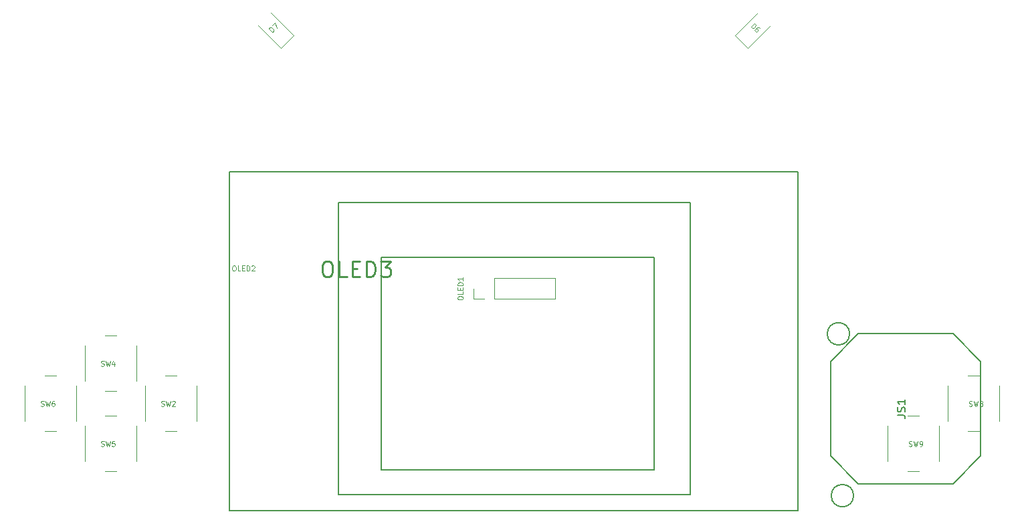
<source format=gbr>
G04 #@! TF.GenerationSoftware,KiCad,Pcbnew,5.1.2-f72e74a~84~ubuntu18.04.1*
G04 #@! TF.CreationDate,2019-06-25T00:33:59+02:00*
G04 #@! TF.ProjectId,invaders,696e7661-6465-4727-932e-6b696361645f,rev?*
G04 #@! TF.SameCoordinates,Original*
G04 #@! TF.FileFunction,Legend,Top*
G04 #@! TF.FilePolarity,Positive*
%FSLAX46Y46*%
G04 Gerber Fmt 4.6, Leading zero omitted, Abs format (unit mm)*
G04 Created by KiCad (PCBNEW 5.1.2-f72e74a~84~ubuntu18.04.1) date 2019-06-25 00:33:59*
%MOMM*%
%LPD*%
G04 APERTURE LIST*
%ADD10C,0.120000*%
%ADD11C,0.150000*%
%ADD12C,0.101600*%
%ADD13C,0.250000*%
G04 APERTURE END LIST*
D10*
X87676020Y-118170000D02*
X87676020Y-115510000D01*
X79996020Y-118170000D02*
X87676020Y-118170000D01*
X79996020Y-115510000D02*
X87676020Y-115510000D01*
X79996020Y-118170000D02*
X79996020Y-115510000D01*
X78726020Y-118170000D02*
X77396020Y-118170000D01*
X77396020Y-118170000D02*
X77396020Y-116840000D01*
D11*
X66740000Y-112854100D02*
X100240000Y-112854100D01*
X100240000Y-112854100D02*
X100240000Y-139854100D01*
X100240000Y-139854100D02*
X66240000Y-139854100D01*
X66240000Y-139854100D02*
X65740000Y-139854100D01*
X65740000Y-139854100D02*
X65740000Y-112854100D01*
X65740000Y-112854100D02*
X66740000Y-112854100D01*
X104800000Y-105960000D02*
X60300000Y-105960000D01*
X104800000Y-142960000D02*
X104800000Y-105960000D01*
X60300000Y-142960000D02*
X104800000Y-142960000D01*
X60300000Y-105960000D02*
X60300000Y-142960000D01*
X46482000Y-102018000D02*
X46482000Y-145018000D01*
X46482000Y-145018000D02*
X118482000Y-145018000D01*
X118482000Y-145018000D02*
X118482000Y-102018000D01*
X118482000Y-102018000D02*
X46482000Y-102018000D01*
X124994214Y-122580000D02*
G75*
G03X124994214Y-122580000I-1414214J0D01*
G01*
X125494214Y-143080000D02*
G75*
G03X125494214Y-143080000I-1414214J0D01*
G01*
X122580000Y-126080000D02*
X126080000Y-122580000D01*
X122580000Y-138080000D02*
X126080000Y-141580000D01*
X141580000Y-138080000D02*
X138080000Y-141580000D01*
X138080000Y-122580000D02*
X141580000Y-126080000D01*
X138080000Y-122580000D02*
X126080000Y-122580000D01*
X122580000Y-126080000D02*
X122580000Y-138080000D01*
X138080000Y-141580000D02*
X126080000Y-141580000D01*
X141580000Y-126080000D02*
X141580000Y-138080000D01*
D10*
X112093084Y-86362049D02*
X114963937Y-83491195D01*
X110487951Y-84756916D02*
X112093084Y-86362049D01*
X113358805Y-81886063D02*
X110487951Y-84756916D01*
X54612049Y-84756916D02*
X51741195Y-81886063D01*
X53006916Y-86362049D02*
X54612049Y-84756916D01*
X50136063Y-83491195D02*
X53006916Y-86362049D01*
X32210000Y-122790000D02*
X30710000Y-122790000D01*
X28210000Y-124040000D02*
X28210000Y-128540000D01*
X30710000Y-129790000D02*
X32210000Y-129790000D01*
X34710000Y-128540000D02*
X34710000Y-124040000D01*
X32210000Y-132950000D02*
X30710000Y-132950000D01*
X28210000Y-134200000D02*
X28210000Y-138700000D01*
X30710000Y-139950000D02*
X32210000Y-139950000D01*
X34710000Y-138700000D02*
X34710000Y-134200000D01*
X141430000Y-127870000D02*
X139930000Y-127870000D01*
X137430000Y-129120000D02*
X137430000Y-133620000D01*
X139930000Y-134870000D02*
X141430000Y-134870000D01*
X143930000Y-133620000D02*
X143930000Y-129120000D01*
X39830000Y-127870000D02*
X38330000Y-127870000D01*
X35830000Y-129120000D02*
X35830000Y-133620000D01*
X38330000Y-134870000D02*
X39830000Y-134870000D01*
X42330000Y-133620000D02*
X42330000Y-129120000D01*
X24590000Y-127870000D02*
X23090000Y-127870000D01*
X20590000Y-129120000D02*
X20590000Y-133620000D01*
X23090000Y-134870000D02*
X24590000Y-134870000D01*
X27090000Y-133620000D02*
X27090000Y-129120000D01*
X133810000Y-132950000D02*
X132310000Y-132950000D01*
X129810000Y-134200000D02*
X129810000Y-138700000D01*
X132310000Y-139950000D02*
X133810000Y-139950000D01*
X136310000Y-138700000D02*
X136310000Y-134200000D01*
D12*
X75385307Y-118103235D02*
X75385307Y-117979864D01*
X75416150Y-117918178D01*
X75477835Y-117856492D01*
X75601207Y-117825650D01*
X75817107Y-117825650D01*
X75940478Y-117856492D01*
X76002164Y-117918178D01*
X76033007Y-117979864D01*
X76033007Y-118103235D01*
X76002164Y-118164921D01*
X75940478Y-118226607D01*
X75817107Y-118257450D01*
X75601207Y-118257450D01*
X75477835Y-118226607D01*
X75416150Y-118164921D01*
X75385307Y-118103235D01*
X76033007Y-117239635D02*
X76033007Y-117548064D01*
X75385307Y-117548064D01*
X75693735Y-117023735D02*
X75693735Y-116807835D01*
X76033007Y-116715307D02*
X76033007Y-117023735D01*
X75385307Y-117023735D01*
X75385307Y-116715307D01*
X76033007Y-116437721D02*
X75385307Y-116437721D01*
X75385307Y-116283507D01*
X75416150Y-116190978D01*
X75477835Y-116129292D01*
X75539521Y-116098450D01*
X75662892Y-116067607D01*
X75755421Y-116067607D01*
X75878792Y-116098450D01*
X75940478Y-116129292D01*
X76002164Y-116190978D01*
X76033007Y-116283507D01*
X76033007Y-116437721D01*
X76033007Y-115450750D02*
X76033007Y-115820864D01*
X76033007Y-115635807D02*
X75385307Y-115635807D01*
X75477835Y-115697492D01*
X75539521Y-115759178D01*
X75570364Y-115820864D01*
D13*
X58692857Y-113364761D02*
X59073809Y-113364761D01*
X59264285Y-113460000D01*
X59454761Y-113650476D01*
X59550000Y-114031428D01*
X59550000Y-114698095D01*
X59454761Y-115079047D01*
X59264285Y-115269523D01*
X59073809Y-115364761D01*
X58692857Y-115364761D01*
X58502380Y-115269523D01*
X58311904Y-115079047D01*
X58216666Y-114698095D01*
X58216666Y-114031428D01*
X58311904Y-113650476D01*
X58502380Y-113460000D01*
X58692857Y-113364761D01*
X61359523Y-115364761D02*
X60407142Y-115364761D01*
X60407142Y-113364761D01*
X62026190Y-114317142D02*
X62692857Y-114317142D01*
X62978571Y-115364761D02*
X62026190Y-115364761D01*
X62026190Y-113364761D01*
X62978571Y-113364761D01*
X63835714Y-115364761D02*
X63835714Y-113364761D01*
X64311904Y-113364761D01*
X64597619Y-113460000D01*
X64788095Y-113650476D01*
X64883333Y-113840952D01*
X64978571Y-114221904D01*
X64978571Y-114507619D01*
X64883333Y-114888571D01*
X64788095Y-115079047D01*
X64597619Y-115269523D01*
X64311904Y-115364761D01*
X63835714Y-115364761D01*
X65645238Y-113364761D02*
X66883333Y-113364761D01*
X66216666Y-114126666D01*
X66502380Y-114126666D01*
X66692857Y-114221904D01*
X66788095Y-114317142D01*
X66883333Y-114507619D01*
X66883333Y-114983809D01*
X66788095Y-115174285D01*
X66692857Y-115269523D01*
X66502380Y-115364761D01*
X65930952Y-115364761D01*
X65740476Y-115269523D01*
X65645238Y-115174285D01*
D12*
X47010864Y-113945307D02*
X47134235Y-113945307D01*
X47195921Y-113976150D01*
X47257607Y-114037835D01*
X47288450Y-114161207D01*
X47288450Y-114377107D01*
X47257607Y-114500478D01*
X47195921Y-114562164D01*
X47134235Y-114593007D01*
X47010864Y-114593007D01*
X46949178Y-114562164D01*
X46887492Y-114500478D01*
X46856650Y-114377107D01*
X46856650Y-114161207D01*
X46887492Y-114037835D01*
X46949178Y-113976150D01*
X47010864Y-113945307D01*
X47874464Y-114593007D02*
X47566035Y-114593007D01*
X47566035Y-113945307D01*
X48090364Y-114253735D02*
X48306264Y-114253735D01*
X48398792Y-114593007D02*
X48090364Y-114593007D01*
X48090364Y-113945307D01*
X48398792Y-113945307D01*
X48676378Y-114593007D02*
X48676378Y-113945307D01*
X48830592Y-113945307D01*
X48923121Y-113976150D01*
X48984807Y-114037835D01*
X49015650Y-114099521D01*
X49046492Y-114222892D01*
X49046492Y-114315421D01*
X49015650Y-114438792D01*
X48984807Y-114500478D01*
X48923121Y-114562164D01*
X48830592Y-114593007D01*
X48676378Y-114593007D01*
X49293235Y-114006992D02*
X49324078Y-113976150D01*
X49385764Y-113945307D01*
X49539978Y-113945307D01*
X49601664Y-113976150D01*
X49632507Y-114006992D01*
X49663350Y-114068678D01*
X49663350Y-114130364D01*
X49632507Y-114222892D01*
X49262392Y-114593007D01*
X49663350Y-114593007D01*
D11*
X131032380Y-132889523D02*
X131746666Y-132889523D01*
X131889523Y-132937142D01*
X131984761Y-133032380D01*
X132032380Y-133175238D01*
X132032380Y-133270476D01*
X131984761Y-132460952D02*
X132032380Y-132318095D01*
X132032380Y-132080000D01*
X131984761Y-131984761D01*
X131937142Y-131937142D01*
X131841904Y-131889523D01*
X131746666Y-131889523D01*
X131651428Y-131937142D01*
X131603809Y-131984761D01*
X131556190Y-132080000D01*
X131508571Y-132270476D01*
X131460952Y-132365714D01*
X131413333Y-132413333D01*
X131318095Y-132460952D01*
X131222857Y-132460952D01*
X131127619Y-132413333D01*
X131080000Y-132365714D01*
X131032380Y-132270476D01*
X131032380Y-132032380D01*
X131080000Y-131889523D01*
X132032380Y-130937142D02*
X132032380Y-131508571D01*
X132032380Y-131222857D02*
X131032380Y-131222857D01*
X131175238Y-131318095D01*
X131270476Y-131413333D01*
X131318095Y-131508571D01*
D12*
X112484770Y-83689144D02*
X112942763Y-83231151D01*
X113051809Y-83340197D01*
X113095427Y-83427434D01*
X113095427Y-83514671D01*
X113073618Y-83580098D01*
X113008190Y-83689144D01*
X112942763Y-83754572D01*
X112833717Y-83820000D01*
X112768289Y-83841809D01*
X112681052Y-83841809D01*
X112593816Y-83798190D01*
X112484770Y-83689144D01*
X113597039Y-83885427D02*
X113509802Y-83798190D01*
X113444374Y-83776381D01*
X113400756Y-83776381D01*
X113291710Y-83798190D01*
X113182664Y-83863618D01*
X113008190Y-84038091D01*
X112986381Y-84103519D01*
X112986381Y-84147137D01*
X113008190Y-84212565D01*
X113095427Y-84299802D01*
X113160855Y-84321611D01*
X113204473Y-84321611D01*
X113269901Y-84299802D01*
X113378947Y-84190756D01*
X113400756Y-84125328D01*
X113400756Y-84081710D01*
X113378947Y-84016282D01*
X113291710Y-83929045D01*
X113226282Y-83907236D01*
X113182664Y-83907236D01*
X113117236Y-83929045D01*
X51939144Y-84365229D02*
X51481151Y-83907236D01*
X51590197Y-83798190D01*
X51677434Y-83754572D01*
X51764671Y-83754572D01*
X51830098Y-83776381D01*
X51939144Y-83841809D01*
X52004572Y-83907236D01*
X52069999Y-84016282D01*
X52091809Y-84081710D01*
X52091809Y-84168947D01*
X52048190Y-84256183D01*
X51939144Y-84365229D01*
X51895526Y-83492862D02*
X52200855Y-83187533D01*
X52462565Y-83841809D01*
X30251400Y-126627164D02*
X30343928Y-126658007D01*
X30498142Y-126658007D01*
X30559828Y-126627164D01*
X30590671Y-126596321D01*
X30621514Y-126534635D01*
X30621514Y-126472950D01*
X30590671Y-126411264D01*
X30559828Y-126380421D01*
X30498142Y-126349578D01*
X30374771Y-126318735D01*
X30313085Y-126287892D01*
X30282242Y-126257050D01*
X30251400Y-126195364D01*
X30251400Y-126133678D01*
X30282242Y-126071992D01*
X30313085Y-126041150D01*
X30374771Y-126010307D01*
X30528985Y-126010307D01*
X30621514Y-126041150D01*
X30837414Y-126010307D02*
X30991628Y-126658007D01*
X31115000Y-126195364D01*
X31238371Y-126658007D01*
X31392585Y-126010307D01*
X31916914Y-126226207D02*
X31916914Y-126658007D01*
X31762700Y-125979464D02*
X31608485Y-126442107D01*
X32009442Y-126442107D01*
X30251400Y-136787164D02*
X30343928Y-136818007D01*
X30498142Y-136818007D01*
X30559828Y-136787164D01*
X30590671Y-136756321D01*
X30621514Y-136694635D01*
X30621514Y-136632950D01*
X30590671Y-136571264D01*
X30559828Y-136540421D01*
X30498142Y-136509578D01*
X30374771Y-136478735D01*
X30313085Y-136447892D01*
X30282242Y-136417050D01*
X30251400Y-136355364D01*
X30251400Y-136293678D01*
X30282242Y-136231992D01*
X30313085Y-136201150D01*
X30374771Y-136170307D01*
X30528985Y-136170307D01*
X30621514Y-136201150D01*
X30837414Y-136170307D02*
X30991628Y-136818007D01*
X31115000Y-136355364D01*
X31238371Y-136818007D01*
X31392585Y-136170307D01*
X31947757Y-136170307D02*
X31639328Y-136170307D01*
X31608485Y-136478735D01*
X31639328Y-136447892D01*
X31701014Y-136417050D01*
X31855228Y-136417050D01*
X31916914Y-136447892D01*
X31947757Y-136478735D01*
X31978600Y-136540421D01*
X31978600Y-136694635D01*
X31947757Y-136756321D01*
X31916914Y-136787164D01*
X31855228Y-136818007D01*
X31701014Y-136818007D01*
X31639328Y-136787164D01*
X31608485Y-136756321D01*
X140106400Y-131707164D02*
X140198928Y-131738007D01*
X140353142Y-131738007D01*
X140414828Y-131707164D01*
X140445671Y-131676321D01*
X140476514Y-131614635D01*
X140476514Y-131552950D01*
X140445671Y-131491264D01*
X140414828Y-131460421D01*
X140353142Y-131429578D01*
X140229771Y-131398735D01*
X140168085Y-131367892D01*
X140137242Y-131337050D01*
X140106400Y-131275364D01*
X140106400Y-131213678D01*
X140137242Y-131151992D01*
X140168085Y-131121150D01*
X140229771Y-131090307D01*
X140383985Y-131090307D01*
X140476514Y-131121150D01*
X140692414Y-131090307D02*
X140846628Y-131738007D01*
X140970000Y-131275364D01*
X141093371Y-131738007D01*
X141247585Y-131090307D01*
X141586857Y-131367892D02*
X141525171Y-131337050D01*
X141494328Y-131306207D01*
X141463485Y-131244521D01*
X141463485Y-131213678D01*
X141494328Y-131151992D01*
X141525171Y-131121150D01*
X141586857Y-131090307D01*
X141710228Y-131090307D01*
X141771914Y-131121150D01*
X141802757Y-131151992D01*
X141833600Y-131213678D01*
X141833600Y-131244521D01*
X141802757Y-131306207D01*
X141771914Y-131337050D01*
X141710228Y-131367892D01*
X141586857Y-131367892D01*
X141525171Y-131398735D01*
X141494328Y-131429578D01*
X141463485Y-131491264D01*
X141463485Y-131614635D01*
X141494328Y-131676321D01*
X141525171Y-131707164D01*
X141586857Y-131738007D01*
X141710228Y-131738007D01*
X141771914Y-131707164D01*
X141802757Y-131676321D01*
X141833600Y-131614635D01*
X141833600Y-131491264D01*
X141802757Y-131429578D01*
X141771914Y-131398735D01*
X141710228Y-131367892D01*
X37871400Y-131707164D02*
X37963928Y-131738007D01*
X38118142Y-131738007D01*
X38179828Y-131707164D01*
X38210671Y-131676321D01*
X38241514Y-131614635D01*
X38241514Y-131552950D01*
X38210671Y-131491264D01*
X38179828Y-131460421D01*
X38118142Y-131429578D01*
X37994771Y-131398735D01*
X37933085Y-131367892D01*
X37902242Y-131337050D01*
X37871400Y-131275364D01*
X37871400Y-131213678D01*
X37902242Y-131151992D01*
X37933085Y-131121150D01*
X37994771Y-131090307D01*
X38148985Y-131090307D01*
X38241514Y-131121150D01*
X38457414Y-131090307D02*
X38611628Y-131738007D01*
X38735000Y-131275364D01*
X38858371Y-131738007D01*
X39012585Y-131090307D01*
X39228485Y-131151992D02*
X39259328Y-131121150D01*
X39321014Y-131090307D01*
X39475228Y-131090307D01*
X39536914Y-131121150D01*
X39567757Y-131151992D01*
X39598600Y-131213678D01*
X39598600Y-131275364D01*
X39567757Y-131367892D01*
X39197642Y-131738007D01*
X39598600Y-131738007D01*
X22631400Y-131707164D02*
X22723928Y-131738007D01*
X22878142Y-131738007D01*
X22939828Y-131707164D01*
X22970671Y-131676321D01*
X23001514Y-131614635D01*
X23001514Y-131552950D01*
X22970671Y-131491264D01*
X22939828Y-131460421D01*
X22878142Y-131429578D01*
X22754771Y-131398735D01*
X22693085Y-131367892D01*
X22662242Y-131337050D01*
X22631400Y-131275364D01*
X22631400Y-131213678D01*
X22662242Y-131151992D01*
X22693085Y-131121150D01*
X22754771Y-131090307D01*
X22908985Y-131090307D01*
X23001514Y-131121150D01*
X23217414Y-131090307D02*
X23371628Y-131738007D01*
X23495000Y-131275364D01*
X23618371Y-131738007D01*
X23772585Y-131090307D01*
X24296914Y-131090307D02*
X24173542Y-131090307D01*
X24111857Y-131121150D01*
X24081014Y-131151992D01*
X24019328Y-131244521D01*
X23988485Y-131367892D01*
X23988485Y-131614635D01*
X24019328Y-131676321D01*
X24050171Y-131707164D01*
X24111857Y-131738007D01*
X24235228Y-131738007D01*
X24296914Y-131707164D01*
X24327757Y-131676321D01*
X24358600Y-131614635D01*
X24358600Y-131460421D01*
X24327757Y-131398735D01*
X24296914Y-131367892D01*
X24235228Y-131337050D01*
X24111857Y-131337050D01*
X24050171Y-131367892D01*
X24019328Y-131398735D01*
X23988485Y-131460421D01*
X132486400Y-136787164D02*
X132578928Y-136818007D01*
X132733142Y-136818007D01*
X132794828Y-136787164D01*
X132825671Y-136756321D01*
X132856514Y-136694635D01*
X132856514Y-136632950D01*
X132825671Y-136571264D01*
X132794828Y-136540421D01*
X132733142Y-136509578D01*
X132609771Y-136478735D01*
X132548085Y-136447892D01*
X132517242Y-136417050D01*
X132486400Y-136355364D01*
X132486400Y-136293678D01*
X132517242Y-136231992D01*
X132548085Y-136201150D01*
X132609771Y-136170307D01*
X132763985Y-136170307D01*
X132856514Y-136201150D01*
X133072414Y-136170307D02*
X133226628Y-136818007D01*
X133350000Y-136355364D01*
X133473371Y-136818007D01*
X133627585Y-136170307D01*
X133905171Y-136818007D02*
X134028542Y-136818007D01*
X134090228Y-136787164D01*
X134121071Y-136756321D01*
X134182757Y-136663792D01*
X134213600Y-136540421D01*
X134213600Y-136293678D01*
X134182757Y-136231992D01*
X134151914Y-136201150D01*
X134090228Y-136170307D01*
X133966857Y-136170307D01*
X133905171Y-136201150D01*
X133874328Y-136231992D01*
X133843485Y-136293678D01*
X133843485Y-136447892D01*
X133874328Y-136509578D01*
X133905171Y-136540421D01*
X133966857Y-136571264D01*
X134090228Y-136571264D01*
X134151914Y-136540421D01*
X134182757Y-136509578D01*
X134213600Y-136447892D01*
M02*

</source>
